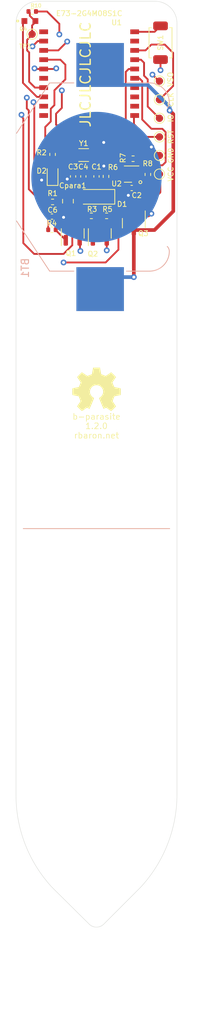
<source format=kicad_pcb>
(kicad_pcb (version 20211014) (generator pcbnew)
  (title_block (title "b-parasite") (date "2021-09-12") (rev "1.2.0") (company "rbaron.net"))
  (layers (0 "F.Cu" signal) (1 "In1.Cu" signal) (2 "In2.Cu" signal) (31 "B.Cu" signal) (34 "B.Paste" user) (35 "F.Paste" user) (36 "B.SilkS" user "B.Silkscreen") (37 "F.SilkS" user "F.Silkscreen") (38 "B.Mask" user) (39 "F.Mask" user) (44 "Edge.Cuts" user))
  (net 0 "")
  (net 1 "GND")
  (net 2 "/Csen+")
  (net 3 "/PWM")
  (net 4 "Net-(C6-Pad1)")
  (net 5 "Net-(Q2-Pad3)")
  (net 6 "Net-(Q1-Pad3)")
  (net 7 "Net-(BT1-Pad1)")
  (net 8 "/SENS_OUT")
  (net 9 "Net-(D2-Pad2)")
  (net 10 "+3V0")
  (net 11 "/LED")
  (net 12 "/FAST_DISCH_EN")
  (net 13 "Net-(TP1-Pad1)")
  (net 14 "Net-(TP2-Pad1)")
  (net 15 "Net-(TP5-Pad1)")
  (net 16 "/SCL")
  (net 17 "/SDA")
  (net 18 "Net-(C3-Pad1)")
  (net 19 "Net-(C4-Pad2)")
  (net 21 "/PHOTO_OUT")
  (net 22 "/PHOTO_V")
  (net 27 "/SW")
  (footprint "Capacitor_SMD:C_0402_1005Metric" (layer "F.Cu") (at 68 50.915 90)
    (fp_text reference "C1" (at 1.315 0 180) (layer "F.SilkS") (effects (font (size 0.7 0.7) (thickness 0.12))))
    (fp_text value "1n")
    (pad "1" smd roundrect (at -0.48 0 90) (size 0.56 0.62) (layers "F.Cu" "F.Paste" "F.Mask") (net 8 "/SENS_OUT"))
    (pad "2" smd roundrect (at 0.48 0 90) (size 0.56 0.62) (layers "F.Cu" "F.Paste" "F.Mask") (net 1 "GND"))
  )
  (footprint "Capacitor_SMD:C_0402_1005Metric" (layer "F.Cu") (at 61.915 56.4 180)
    (fp_text reference "C6" (at -0.085 0.9) (layer "F.SilkS") (effects (font (size 0.7 0.7) (thickness 0.12))))
    (fp_text value "100p")
    (pad "1" smd roundrect (at -0.48 0 180) (size 0.56 0.62) (layers "F.Cu" "F.Paste" "F.Mask") (net 4 "Net-(C6-Pad1)"))
    (pad "2" smd roundrect (at 0.48 0 180) (size 0.56 0.62) (layers "F.Cu" "F.Paste" "F.Mask") (net 3 "/PWM"))
  )
  (footprint "Resistor_SMD:R_0402_1005Metric" (layer "F.Cu") (at 69.3 50.915 90)
    (fp_text reference "R6" (at 1.250788 0.95 180) (layer "F.SilkS") (effects (font (size 0.7 0.7) (thickness 0.12))))
    (fp_text value "1M")
    (pad "1" smd roundrect (at -0.51 0 90) (size 0.54 0.64) (layers "F.Cu" "F.Paste" "F.Mask") (net 8 "/SENS_OUT"))
    (pad "2" smd roundrect (at 0.51 0 90) (size 0.54 0.64) (layers "F.Cu" "F.Paste" "F.Mask") (net 1 "GND"))
  )
  (footprint "Resistor_SMD:R_0402_1005Metric" (layer "F.Cu") (at 69.385 56.3)
    (fp_text reference "R5" (at 0.115 -0.9) (layer "F.SilkS") (effects (font (size 0.7 0.7) (thickness 0.12))))
    (fp_text value "1k")
    (pad "1" smd roundrect (at -0.51 0) (size 0.54 0.64) (layers "F.Cu" "F.Paste" "F.Mask") (net 2 "/Csen+"))
    (pad "2" smd roundrect (at 0.51 0) (size 0.54 0.64) (layers "F.Cu" "F.Paste" "F.Mask") (net 5 "Net-(Q2-Pad3)"))
  )
  (footprint "Resistor_SMD:R_0402_1005Metric" (layer "F.Cu") (at 61.915 58.2 180)
    (fp_text reference "R4" (at 0.015 0.9) (layer "F.SilkS") (effects (font (size 0.7 0.7) (thickness 0.12))))
    (fp_text value "10k")
    (pad "1" smd roundrect (at -0.51 0 180) (size 0.54 0.64) (layers "F.Cu" "F.Paste" "F.Mask") (net 4 "Net-(C6-Pad1)"))
    (pad "2" smd roundrect (at 0.51 0 180) (size 0.54 0.64) (layers "F.Cu" "F.Paste" "F.Mask") (net 3 "/PWM"))
  )
  (footprint "Resistor_SMD:R_0402_1005Metric" (layer "F.Cu") (at 67.3 56.3)
    (fp_text reference "R3" (at 0.1 -0.9 180) (layer "F.SilkS") (effects (font (size 0.7 0.7) (thickness 0.12))))
    (fp_text value "1k")
    (pad "1" smd roundrect (at -0.51 0) (size 0.54 0.64) (layers "F.Cu" "F.Paste" "F.Mask") (net 12 "/FAST_DISCH_EN"))
    (pad "2" smd roundrect (at 0.51 0) (size 0.54 0.64) (layers "F.Cu" "F.Paste" "F.Mask") (net 6 "Net-(Q1-Pad3)"))
  )
  (footprint "Resistor_SMD:R_0402_1005Metric" (layer "F.Cu") (at 62 54.4)
    (fp_text reference "R1" (at 0 -1.17) (layer "F.SilkS") (effects (font (size 0.7 0.7) (thickness 0.12))))
    (fp_text value "10k")
    (pad "1" smd roundrect (at -0.51 0) (size 0.54 0.64) (layers "F.Cu" "F.Paste" "F.Mask") (net 3 "/PWM"))
    (pad "2" smd roundrect (at 0.51 0) (size 0.54 0.64) (layers "F.Cu" "F.Paste" "F.Mask") (net 2 "/Csen+"))
  )
  (footprint "TestPoint:TestPoint_Pad_D1.0mm" (layer "F.Cu") (at 76.603216 42.98 90)
    (fp_text reference "TP1" hide)
    (fp_text value "IO" (at 0 1.55 90) (layer "F.SilkS") (effects (font (size 0.7 0.7) (thickness 0.12))))
    (pad "1" smd circle (at 0 0 90) (size 1 1) (layers "F.Cu" "F.Mask") (net 13 "Net-(TP1-Pad1)"))
  )
  (footprint "TestPoint:TestPoint_Pad_D1.0mm" (layer "F.Cu") (at 76.603216 40.44 90)
    (fp_text reference "TP2" hide)
    (fp_text value "CLK" (at 0 1.55 90) (layer "F.SilkS") (effects (font (size 0.7 0.7) (thickness 0.12))))
    (pad "1" smd circle (at 0 0 90) (size 1 1) (layers "F.Cu" "F.Mask") (net 14 "Net-(TP2-Pad1)"))
  )
  (footprint "TestPoint:TestPoint_Pad_D1.0mm" (layer "F.Cu") (at 76.603216 45.52 90)
    (fp_text reference "TP5" hide)
    (fp_text value "RST" (at 0 1.55 90) (layer "F.SilkS") (effects (font (size 0.7 0.7) (thickness 0.12))))
    (pad "1" smd circle (at 0 0 90) (size 1 1) (layers "F.Cu" "F.Mask") (net 15 "Net-(TP5-Pad1)"))
  )
  (footprint "TestPoint:TestPoint_Pad_D1.0mm" (layer "F.Cu") (at 76.603216 48.06 90)
    (fp_text reference "TP6" hide)
    (fp_text value "GND" (at 0 1.55 90) (layer "F.SilkS") (effects (font (size 0.7 0.7) (thickness 0.12))))
    (pad "1" smd circle (at 0 0 90) (size 1 1) (layers "F.Cu" "F.Mask") (net 1 "GND"))
  )
  (footprint "TestPoint:TestPoint_Pad_D1.0mm" (layer "F.Cu") (at 76.603216 50.6 90)
    (fp_text reference "TP7" hide)
    (fp_text value "VCC" (at 0 1.55 90) (layer "F.SilkS") (effects (font (size 0.7 0.7) (thickness 0.12))))
    (pad "1" smd circle (at 0 0 90) (size 1 1) (layers "F.Cu" "F.Mask") (net 10 "+3V0"))
  )
  (footprint "Resistor_SMD:R_0402_1005Metric" (layer "F.Cu") (at 62 47.914212 -90)
    (fp_text reference "R2" (at -0.25 1.5) (layer "F.SilkS") (effects (font (size 0.7 0.7) (thickness 0.12))))
    (fp_text value "1k")
    (pad "1" smd roundrect (at -0.51 0 270) (size 0.54 0.64) (layers "F.Cu" "F.Paste" "F.Mask") (net 11 "/LED"))
    (pad "2" smd roundrect (at 0.51 0 270) (size 0.54 0.64) (layers "F.Cu" "F.Paste" "F.Mask") (net 9 "Net-(D2-Pad2)"))
  )
  (footprint "Capacitor_SMD:C_0402_1005Metric" (layer "F.Cu") (at 72.815 52.5 180)
    (fp_text reference "C2" (at -0.685 -1) (layer "F.SilkS") (effects (font (size 0.7 0.7) (thickness 0.12))))
    (fp_text value "100n")
    (pad "1" smd roundrect (at -0.48 0 180) (size 0.56 0.62) (layers "F.Cu" "F.Paste" "F.Mask") (net 10 "+3V0"))
    (pad "2" smd roundrect (at 0.48 0 180) (size 0.56 0.62) (layers "F.Cu" "F.Paste" "F.Mask") (net 1 "GND"))
  )
  (footprint "Package_TO_SOT_SMD:SOT-23" (layer "F.Cu") (at 73.1 57.3 -90)
    (fp_text reference "Q3" (at 1.4 -1.3 180) (layer "F.SilkS") (effects (font (size 0.7 0.7) (thickness 0.12))))
    (fp_text value "AO3407")
    (pad "1" smd roundrect (at -0.9375 -0.95 270) (size 1.475 0.6) (layers "F.Cu" "F.Paste" "F.Mask") (net 1 "GND"))
    (pad "2" smd roundrect (at -0.9375 0.95 270) (size 1.475 0.6) (layers "F.Cu" "F.Paste" "F.Mask") (net 10 "+3V0"))
    (pad "3" smd roundrect (at 0.9375 0 270) (size 1.475 0.6) (layers "F.Cu" "F.Paste" "F.Mask") (net 7 "Net-(BT1-Pad1)"))
  )
  (footprint "Crystal:Crystal_SMD_3215-2Pin_3.2x1.5mm" (layer "F.Cu") (at 66.25 48 180)
    (fp_text reference "Y1" (at 0 1.6) (layer "F.SilkS") (effects (font (size 0.7 0.7) (thickness 0.12))))
    (fp_text value "32.768kHz")
    (pad "1" smd rect (at 1.25 0 180) (size 1 1.8) (layers "F.Cu" "F.Paste" "F.Mask") (net 18 "Net-(C3-Pad1)"))
    (pad "2" smd rect (at -1.25 0 180) (size 1 1.8) (layers "F.Cu" "F.Paste" "F.Mask") (net 19 "Net-(C4-Pad2)"))
  )
  (footprint "LED_SMD:LED_0603_1608Metric" (layer "F.Cu") (at 62 50.664212 90)
    (fp_text reference "D2" (at 0.5 -1.5) (layer "F.SilkS") (effects (font (size 0.7 0.7) (thickness 0.12))))
    (fp_text value "LED")
    (pad "1" smd roundrect (at -0.7875 0 90) (size 0.875 0.95) (layers "F.Cu" "F.Paste" "F.Mask") (net 1 "GND"))
    (pad "2" smd roundrect (at 0.7875 0 90) (size 0.875 0.95) (layers "F.Cu" "F.Paste" "F.Mask") (net 9 "Net-(D2-Pad2)"))
  )
  (footprint "Capacitor_SMD:C_0402_1005Metric" (layer "F.Cu") (at 66.2 50.915 90)
    (fp_text reference "C4" (at 1.315 0) (layer "F.SilkS") (effects (font (size 0.7 0.7) (thickness 0.12))))
    (fp_text value "12p")
    (pad "1" smd roundrect (at -0.48 0 90) (size 0.56 0.62) (layers "F.Cu" "F.Paste" "F.Mask") (net 1 "GND"))
    (pad "2" smd roundrect (at 0.48 0 90) (size 0.56 0.62) (layers "F.Cu" "F.Paste" "F.Mask") (net 19 "Net-(C4-Pad2)"))
  )
  (footprint "Capacitor_SMD:C_0402_1005Metric" (layer "F.Cu") (at 64.8 50.915 -90)
    (fp_text reference "C3" (at -1.315 0) (layer "F.SilkS") (effects (font (size 0.7 0.7) (thickness 0.12))))
    (fp_text value "12p")
    (pad "1" smd roundrect (at -0.48 0 270) (size 0.56 0.62) (layers "F.Cu" "F.Paste" "F.Mask") (net 18 "Net-(C3-Pad1)"))
    (pad "2" smd roundrect (at 0.48 0 270) (size 0.56 0.62) (layers "F.Cu" "F.Paste" "F.Mask") (net 1 "GND"))
  )
  (footprint "Capacitor_SMD:C_0805_2012Metric" (layer "F.Cu") (at 64.1 54.3 90)
    (fp_text reference "Cpara1" (at 2.135788 0.65 180) (layer "F.SilkS") (effects (font (size 0.7 0.7) (thickness 0.12))))
    (fp_text value "5p")
    (pad "1" smd roundrect (at -0.95 0 90) (size 1 1.45) (layers "F.Cu" "F.Paste" "F.Mask") (net 1 "GND"))
    (pad "2" smd roundrect (at 0.95 0 90) (size 1 1.45) (layers "F.Cu" "F.Paste" "F.Mask") (net 2 "/Csen+"))
  )
  (footprint "Resistor_SMD:R_0402_1005Metric" (layer "F.Cu") (at 73 48.5 180)
    (fp_text reference "R7" (at 1.385 0.1 90) (layer "F.SilkS") (effects (font (size 0.7 0.7) (thickness 0.12))))
    (fp_text value "10k")
    (pad "1" smd roundrect (at -0.51 0 180) (size 0.54 0.64) (layers "F.Cu" "F.Paste" "F.Mask") (net 17 "/SDA"))
    (pad "2" smd roundrect (at 0.51 0 180) (size 0.54 0.64) (layers "F.Cu" "F.Paste" "F.Mask") (net 10 "+3V0"))
  )
  (footprint "Resistor_SMD:R_0402_1005Metric" (layer "F.Cu") (at 75.02 50.65 90)
    (fp_text reference "R8" (at 1.485788 -0.02) (layer "F.SilkS") (effects (font (size 0.7 0.7) (thickness 0.12))))
    (fp_text value "10k")
    (pad "1" smd roundrect (at -0.51 0 90) (size 0.54 0.64) (layers "F.Cu" "F.Paste" "F.Mask") (net 10 "+3V0"))
    (pad "2" smd roundrect (at 0.51 0 90) (size 0.54 0.64) (layers "F.Cu" "F.Paste" "F.Mask") (net 16 "/SCL"))
  )
  (footprint "Package_TO_SOT_SMD:SOT-23" (layer "F.Cu") (at 68.45 58.7 90)
    (fp_text reference "Q2" (at -2.8 -0.95 180) (layer "F.SilkS") (effects (font (size 0.7 0.7) (thickness 0.12))))
    (fp_text value "MMBT3904")
    (pad "1" smd roundrect (at -0.9375 -0.95 90) (size 1.475 0.6) (layers "F.Cu" "F.Paste" "F.Mask") (net 6 "Net-(Q1-Pad3)"))
    (pad "2" smd roundrect (at -0.9375 0.95 90) (size 1.475 0.6) (layers "F.Cu" "F.Paste" "F.Mask") (net 1 "GND"))
    (pad "3" smd roundrect (at 0.9375 0 90) (size 1.475 0.6) (layers "F.Cu" "F.Paste" "F.Mask") (net 5 "Net-(Q2-Pad3)"))
  )
  (footprint "kicad:Sensirion_DFN-4-1EP_2x2mm_P1mm_EP0.7x1.6mm" (layer "F.Cu") (at 72.8 50.6 180)
    (fp_text reference "U2" (at 2.05 -1.314212) (layer "F.SilkS") (effects (font (size 0.7 0.7) (thickness 0.12))))
    (fp_text value "SHTC3")
    (pad "1" smd roundrect locked (at -0.925 -0.5 180) (size 0.55 0.35) (layers "F.Cu" "F.Mask") (net 10 "+3V0"))
    (pad "2" smd roundrect locked (at -0.925 0.5 180) (size 0.55 0.35) (layers "F.Cu" "F.Mask") (net 16 "/SCL"))
    (pad "3" smd roundrect locked (at 0.925 0.5 180) (size 0.55 0.35) (layers "F.Cu" "F.Mask") (net 17 "/SDA"))
    (pad "4" smd roundrect locked (at 0.925 -0.5 180) (size 0.55 0.35) (layers "F.Cu" "F.Mask") (net 1 "GND"))
    (pad "5" smd roundrect locked (at 0 0 180) (size 0.7 1.6) (layers "F.Cu" "F.Mask"))
  )
  (footprint "Diode_SMD:D_MiniMELF" (layer "F.Cu") (at 67.95 53.7 180)
    (fp_text reference "D1" (at -3.55 -1 180) (layer "F.SilkS") (effects (font (size 0.7 0.7) (thickness 0.12))))
    (fp_text value "LL4148")
    (pad "1" smd rect (at -1.75 0 180) (size 1.3 1.7) (layers "F.Cu" "F.Paste" "F.Mask") (net 8 "/SENS_OUT"))
    (pad "2" smd rect (at 1.75 0 180) (size 1.3 1.7) (layers "F.Cu" "F.Paste" "F.Mask") (net 2 "/Csen+"))
  )
  (footprint "Symbol:OSHW-Symbol_6.7x6mm_SilkScreen" (layer "F.Cu") (at 68 80)
    (fp_text reference "REF**" hide)
    (fp_text value "OSHW-Symbol_6.7x6mm_SilkScreen" hide)
  )
  (footprint "TestPoint:TestPoint_Pad_D1.0mm" (layer "F.Cu") (at 76.603216 37.9 90)
    (fp_text reference "TP4" hide)
    (fp_text value "VSO" (at 0.235788 1.5 90) (layer "F.SilkS") (effects (font (size 0.7 0.7) (thickness 0.12))))
    (pad "1" smd circle (at 0 0 90) (size 1 1) (layers "F.Cu" "F.Mask") (net 8 "/SENS_OUT"))
  )
  (footprint "Library:E73-2G4M08S1C-52840" (layer "F.Cu") (at 67 45.2 90)
    (fp_text reference "U1" (at 15.285788 3.75) (layer "F.SilkS") (effects (font (size 0.7 0.7) (thickness 0.12))))
    (fp_text value "E73-2G4M08S1C-52840")
    (fp_text user "E73-2G4M08S1C" (at 16.535788 0 180) (layer "F.SilkS") (effects (font (size 0.7 0.7) (thickness 0.12))))
    (pad "1" smd rect (at 14.03 -6.219 90) (size 0.65 1.2) (layers "F.Cu" "F.Paste" "F.Mask"))
    (pad "2" smd rect (at 12.76 -6.219 90) (size 0.65 1.2) (layers "F.Cu" "F.Paste" "F.Mask") (net 12 "/FAST_DISCH_EN"))
    (pad "3" smd rect (at 11.49 -6.219 90) (size 0.65 1.2) (layers "F.Cu" "F.Paste" "F.Mask") (net 8 "/SENS_OUT"))
    (pad "4" smd rect (at 10.22 -6.219 90) (size 0.65 1.2) (layers "F.Cu" "F.Paste" "F.Mask") (net 11 "/LED"))
    (pad "5" smd rect (at 8.95 -6.219 90) (size 0.65 1.2) (layers "F.Cu" "F.Paste" "F.Mask") (net 1 "GND"))
    (pad "6" smd rect (at 7.68 -6.219 90) (size 0.65 1.2) (layers "F.Cu" "F.Paste" "F.Mask"))
    (pad "7" smd rect (at 6.41 -6.219 90) (size 0.65 1.2) (layers "F.Cu" "F.Paste" "F.Mask") (net 21 "/PHOTO_OUT"))
    (pad "8" smd rect (at 5.14 -6.219 90) (size 0.65 1.2) (layers "F.Cu" "F.Paste" "F.Mask") (net 22 "/PHOTO_V"))
    (pad "9" smd rect (at 3.87 -6.219 90) (size 0.65 1.2) (layers "F.Cu" "F.Paste" "F.Mask"))
    (pad "10" smd rect (at 2.6 -6.219 90) (size 0.65 1.2) (layers "F.Cu" "F.Paste" "F.Mask"))
    (pad "11" smd rect (at 0.281 -4.47 180) (size 0.65 1.2) (layers "F.Cu" "F.Paste" "F.Mask") (net 18 "Net-(C3-Pad1)"))
    (pad "13" smd rect (at 0.281 -3.2 180) (size 0.65 1.2) (layers "F.Cu" "F.Paste" "F.Mask") (net 19 "Net-(C4-Pad2)"))
    (pad "15" smd rect (at 0.281 -1.93 180) (size 0.65 1.2) (layers "F.Cu" "F.Paste" "F.Mask") (net 3 "/PWM"))
    (pad "17" smd rect (at 0.281 -0.66 180) (size 0.65 1.2) (layers "F.Cu" "F.Paste" "F.Mask"))
    (pad "19" smd rect (at 0.281 0.61 180) (size 0.65 1.2) (layers "F.Cu" "F.Paste" "F.Mask") (net 10 "+3V0"))
    (pad "21" smd rect (at 0.281 1.88 180) (size 0.65 1.2) (layers "F.Cu" "F.Paste" "F.Mask") (net 1 "GND"))
    (pad "23" smd rect (at 0.281 3.15 180) (size 0.65 1.2) (layers "F.Cu" "F.Paste" "F.Mask") (net 10 "+3V0"))
    (pad "25" smd rect (at 0.281 4.42 180) (size 0.65 1.2) (layers "F.Cu" "F.Paste" "F.Mask"))
    (pad "26" smd rect (at 2.6 6.219 90) (size 0.65 1.2) (layers "F.Cu" "F.Paste" "F.Mask") (net 15 "Net-(TP5-Pad1)"))
    (pad "27" smd rect (at 3.87 6.219 90) (size 0.65 1.2) (layers "F.Cu" "F.Paste" "F.Mask"))
    (pad "29" smd rect (at 5.14 6.219 90) (size 0.65 1.2) (layers "F.Cu" "F.Paste" "F.Mask"))
    (pad "31" smd rect (at 6.41 6.219 90) (size 0.65 1.2) (layers "F.Cu" "F.Paste" "F.Mask"))
    (pad "33" smd rect (at 7.68 6.219 90) (size 0.65 1.2) (layers "F.Cu" "F.Paste" "F.Mask") (net 16 "/SCL"))
    (pad "35" smd rect (at 8.95 6.219 90) (size 0.65 1.2) (layers "F.Cu" "F.Paste" "F.Mask") (net 17 "/SDA"))
    (pad "37" smd rect (at 10.22 6.219 90) (size 0.65 1.2) (layers "F.Cu" "F.Paste" "F.Mask") (net 13 "Net-(TP1-Pad1)"))
    (pad "39" smd rect (at 11.49 6.219 90) (size 0.65 1.2) (layers "F.Cu" "F.Paste" "F.Mask") (net 14 "Net-(TP2-Pad1)"))
    (pad "41" smd rect (at 12.76 6.219 90) (size 0.65 1.2) (layers "F.Cu" "F.Paste" "F.Mask"))
    (pad "43" smd rect (at 14.03 6.219 90) (size 0.65 1.2) (layers "F.Cu" "F.Paste" "F.Mask") (net 27 "/SW"))
  )
  (footprint "TestPoint:TestPoint_Pad_D1.0mm" (layer "F.Cu") (at 59.2 31.5)
    (fp_text reference "TP3" (at -0.95 1.664212) (layer "F.SilkS") (effects (font (size 0.6 0.6) (thickness 0.1))))
    (fp_text value "PHOTO_OUT")
    (pad "1" smd circle (at 0 0) (size 1 1) (layers "F.Cu" "F.Mask") (net 21 "/PHOTO_OUT"))
  )
  (footprint "Resistor_SMD:R_0402_1005Metric" (layer "F.Cu") (at 59.215 28.4 180)
    (fp_text reference "R10" (at -0.535 0.8) (layer "F.SilkS") (effects (font (size 0.5 0.5) (thickness 0.1))))
    (fp_text value "470")
    (pad "1" smd roundrect (at -0.51 0 180) (size 0.54 0.64) (layers "F.Cu" "F.Paste" "F.Mask") (net 1 "GND"))
    (pad "2" smd roundrect (at 0.51 0 180) (size 0.54 0.64) (layers "F.Cu" "F.Paste" "F.Mask") (net 21 "/PHOTO_OUT"))
  )
  (footprint "snapeda:TR8" (layer "F.Cu") (at 58.9 29.7)
    (fp_text reference "Q4" (at -0.9 1.071) (layer "F.SilkS") (effects (font (size 0.5 0.5) (thickness 0.1))))
    (fp_text value "Q_Photo_NPN")
    (pad "1" smd rect (at -0.75 0) (size 0.8 0.8) (layers "F.Cu" "F.Paste" "F.Mask") (net 22 "/PHOTO_V"))
    (pad "2" smd rect (at 0.75 0) (size 0.8 0.8) (layers "F.Cu" "F.Paste" "F.Mask") (net 21 "/PHOTO_OUT"))
  )
  (footprint "Library:MountingHole_2.8mm" (layer "F.Cu") (at 75 68)
    (fp_text reference "H2")
    (fp_text value "MountingHole")
    (pad "" np_thru_hole circle (at 0 0) (size 2.8 2.8) (drill 2.8) (layers F&B.Cu *.Mask))
  )
  (footprint "Library:SW_Push_SPST_NO_Alps_SKRK" (layer "F.Cu") (at 76.75 32.664212 -90)
    (fp_text reference "SW1" (at 0 0 -90) (layer "F.SilkS") (effects (font (size 0.7 0.7) (thickness 0.12))))
    (fp_text value "SKRKAEE020")
    (pad "1" smd roundrect (at -2.3 0 270) (size 1.2 2) (layers "F.Cu" "F.Paste" "F.Mask") (net 27 "/SW"))
    (pad "2" smd roundrect (at 2.3 0 270) (size 1.2 2) (layers "F.Cu" "F.Paste" "F.Mask") (net 1 "GND"))
  )
  (footprint "Package_TO_SOT_SMD:SOT-23" (layer "F.Cu") (at 64.75 58.7 90)
    (fp_text reference "Q1" (at -2.714212 -0.25 180) (layer "F.SilkS") (effects (font (size 0.7 0.7) (thickness 0.12))))
    (fp_text value "MMBT3904")
    (pad "1" smd roundrect (at -0.9375 -0.95 90) (size 1.475 0.6) (layers "F.Cu" "F.Paste" "F.Mask") (net 4 "Net-(C6-Pad1)"))
    (pad "2" smd roundrect (at -0.9375 0.95 90) (size 1.475 0.6) (layers "F.Cu" "F.Paste" "F.Mask") (net 1 "GND"))
    (pad "3" smd roundrect (at 0.9375 0 90) (size 1.475 0.6) (layers "F.Cu" "F.Paste" "F.Mask") (net 6 "Net-(Q1-Pad3)"))
  )
  (footprint "Library:BatteryHolder_combined" (layer "B.Cu") (at 68 51 -90)
    (fp_text reference "BT1" (at 12.414212 9.75 90) (layer "B.SilkS") (effects (justify mirror)))
    (fp_text value "Battery_Cell")
    (pad "1" smd rect (at 15.3 -0.5 270) (size 6 6.5) (layers "B.Cu" "B.Paste" "B.Mask") (net 7 "Net-(BT1-Pad1)"))
    (pad "1" smd rect (at -15.3 -0.5 270) (size 6 6.5) (layers "B.Cu" "B.Paste" "B.Mask") (net 7 "Net-(BT1-Pad1)"))
    (pad "2" smd circle (at 0 0 270) (size 17.8 17.8) (layers "B.Cu" "B.Mask") (net 1 "GND"))
  )
  (footprint "Library:MountingHole_2.8mm" (layer "B.Cu") (at 61 68.164212 180)
    (fp_text reference "H1")
    (fp_text value "MountingHole")
    (pad "" np_thru_hole circle (at 0 0.164212 180) (size 2.8 2.8) (drill 2.8) (layers F&B.Cu *.Mask))
  )
  (gr_line (start 58 99) (end 78 99) (layer "B.SilkS") (width 0.12))
  (gr_line (start 58 99) (end 78 99) (layer "F.SilkS") (width 0.12))
  (gr_circle (center 74 51.7) (end 74.2 51.7) (layer "F.SilkS") (width 0.12) (fill none))
  (gr_line (start 60 27) (end 76 27) (layer "Edge.Cuts") (width 0.05))
  (gr_arc (start 68.999999 152.999999) (mid 68 153.414212) (end 67.000001 152.999999) (layer "Edge.Cuts") (width 0.05))
  (gr_line (start 61.950785 147.999999) (end 67.000001 152.999999) (layer "Edge.Cuts") (width 0.05))
  (gr_arc (start 57 30) (mid 57.87868 27.87868) (end 60 27) (layer "Edge.Cuts") (width 0.05))
  (gr_line (start 79 135.414212) (end 79 30) (layer "Edge.Cuts") (width 0.05))
  (gr_arc (start 61.950785 147.999999) (mid 58.282124 142.170803) (end 57 135.40362) (layer "Edge.Cuts") (width 0.05))
  (gr_line (start 57 30) (end 57 135.40362) (layer "Edge.Cuts") (width 0.05))
  (gr_line (start 68.999999 152.999999) (end 73.999999 147.999999) (layer "Edge.Cuts") (width 0.05))
  (gr_arc (start 79 135.414212) (mid 77.680311 142.176012) (end 73.999999 147.999999) (layer "Edge.Cuts") (width 0.05))
  (gr_arc (start 76 27) (mid 78.12132 27.87868) (end 79 30) (layer "Edge.Cuts") (width 0.05))
  (gr_text "b-parasite\n1.2.0\nrbaron.net" (at 68 85) (layer "F.SilkS") (effects (font (size 0.8 0.8) (thickness 0.1))))
  (gr_text "JLCJLCJLCJLC" (at 66.5 37 90) (layer "F.SilkS") (effects (font (size 1.4 1.4) (thickness 0.2))))
  (segment (start 59.7 28.4) (end 61.235788 28.4) (width 0.25) (layer "F.Cu") (net 1))
  (segment (start 69.4 61.014212) (end 69.4 59.7) (width 0.25) (layer "F.Cu") (net 1))
  (segment (start 62.925065 30.089277) (end 62.925065 31.530239) (width 0.25) (layer "F.Cu") (net 1))
  (segment (start 64 51.2755) (end 64.1195 51.395) (width 0.25) (layer "F.Cu") (net 1))
  (segment (start 60.5375 51.451712) (end 62 51.451712) (width 0.25) (layer "F.Cu") (net 1))
  (segment (start 66.2 51.4) (end 66.534168 51.065832) (width 0.25) (layer "F.Cu") (net 1))
  (segment (start 68 50.435) (end 69.27 50.435) (width 0.25) (layer "F.Cu") (net 1))
  (segment (start 64.1 55.9) (end 63.5 56.5) (width 0.25) (layer "F.Cu") (net 1))
  (segment (start 59.610288 36.25) (end 60.881 36.25) (width 0.25) (layer "F.Cu") (net 1))
  (segment (start 71.875 52.04) (end 72.335 52.5) (width 0.25) (layer "F.Cu") (net 1))
  (segment (start 61.235788 28.4) (end 62.925065 30.089277) (width 0.25) (layer "F.Cu") (net 1))
  (segment (start 67.58 50.43) (end 68 50.43) (width 0.25) (layer "F.Cu") (net 1))
  (segment (start 68.88 44.819) (end 68.88 46.169849) (width 0.25) (layer "F.Cu") (net 1))
  (segment (start 69.3 50.405) (end 69.3 49.8) (width 0.25) (layer "F.Cu") (net 1))
  (segment (start 76.75 34.964212) (end 76.75 36.414212) (width 0.25) (layer "F.Cu") (net 1))
  (segment (start 75.1375 56.3625) (end 75.5 56) (width 0.25) (layer "F.Cu") (net 1))
  (segment (start 69.3 49.8) (end 69 49.5) (width 0.25) (layer "F.Cu") (net 1))
  (segment (start 68.88 46.169849) (end 68.987701 46.27755) (width 0.25) (layer "F.Cu") (net 1))
  (segment (start 64.1195 51.395) (end 64.8 51.395) (width 0.25) (layer "F.Cu") (net 1))
  (segment (start 64.1 55.25) (end 64.1 55.9) (width 0.25) (layer "F.Cu") (net 1))
  (segment (start 66.534168 51.065832) (end 66.944168 51.065832) (width 0.25) (layer "F.Cu") (net 1))
  (segment (start 62.5 36.164212) (end 62.414212 36.25) (width 0.25) (layer "F.Cu") (net 1))
  (segment (start 60.5 51.414212) (end 60.5375 51.451712) (width 0.25) (layer "F.Cu") (net 1))
  (segment (start 72.335 53.4855) (end 72.3495 53.5) (width 0.25) (layer "F.Cu") (net 1))
  (segment (start 71.875 51.1) (end 71.875 52.04) (width 0.25) (layer "F.Cu") (net 1))
  (segment (start 65.75 61.05) (end 65.8 61.1) (width 0.25) (layer "F.Cu") (net 1))
  (segment (start 74.05 56.3625) (end 75.1375 56.3625) (width 0.25) (layer "F.Cu") (net 1))
  (segment (start 59.5245 36.164212) (end 59.610288 36.25) (width 0.25) (layer "F.Cu") (net 1))
  (segment (start 72.335 52.5) (end 72.335 53.4855) (width 0.25) (layer "F.Cu") (net 1))
  (segment (start 66.944168 51.065832) (end 67.58 50.43) (width 0.25) (layer "F.Cu") (net 1))
  (segment (start 65.75 59.7) (end 65.75 61.05) (width 0.25) (layer "F.Cu") (net 1))
  (segment (start 66.2 51.395) (end 64.8 51.395) (width 0.25) (layer "F.Cu") (net 1))
  (segment (start 76.603216 48.003216) (end 75.5 46.9) (width 0.25) (layer "F.Cu") (net 1))
  (segment (start 62.414212 36.25) (end 61.25 36.25) (width 0.25) (layer "F.Cu") (net 1))
  (via (at 64 51.2755) (size 0.8) (drill 0.4) (layers "F.Cu" "B.Cu") (net 1))
  (via (at 65.8 61.1) (size 0.8) (drill 0.4) (layers "F.Cu" "B.Cu") (net 1))
  (via (at 75.5 46.9) (size 0.8) (drill 0.4) (layers "F.Cu" "B.Cu") (net 1))
  (via (at 62.925065 31.530239) (size 0.8) (drill 0.4) (layers "F.Cu" "B.Cu") (net 1))
  (via (at 72.3495 53.5) (size 0.8) (drill 0.4) (layers "F.Cu" "B.Cu") (net 1))
  (via (at 60.5 51.414212) (size 0.8) (drill 0.4) (layers "F.Cu" "B.Cu") (net 1))
  (via (at 69 49.5) (size 0.8) (drill 0.4) (layers "F.Cu" "B.Cu") (net 1))
  (via (at 69.4 61.014212) (size 0.8) (drill 0.4) (layers "F.Cu" "B.Cu") (net 1))
  (via (at 59.5245 36.164212) (size 0.8) (drill 0.4) (layers "F.Cu" "B.Cu") (net 1))
  (via (at 63.5 56.5) (size 0.8) (drill 0.4) (layers "F.Cu" "B.Cu") (net 1))
  (via (at 75.5 56) (size 0.8) (drill 0.4) (layers "F.Cu" "B.Cu") (net 1))
  (via (at 62.5 36.164212) (size 0.8) (drill 0.4) (layers "F.Cu" "B.Cu") (net 1))
  (via (at 76.75 36.414212) (size 0.8) (drill 0.4) (layers "F.Cu" "B.Cu") (net 1))
  (via (at 68.987701 46.27755) (size 0.8) (drill 0.4) (layers "F.Cu" "B.Cu") (net 1))
  (segment (start 68.9 55.5) (end 68.814212 55.414212) (width 0.25) (layer "F.Cu") (net 2))
  (segment (start 68.9 56.275) (end 68.9 55.5) (width 0.25) (layer "F.Cu") (net 2))
  (segment (start 70.5 55.414212) (end 69 55.414212) (width 0.25) (layer "F.Cu") (net 2))
  (segment (start 63.5 62.664212) (end 69.25 62.664212) (width 0.25) (layer "F.Cu") (net 2))
  (segment (start 68.9 56.3) (end 68.9 55.5) (width 0.25) (layer "F.Cu") (net 2))
  (segment (start 71 55.914212) (end 70.5 55.414212) (width 0.25) (layer "F.Cu") (net 2))
  (segment (start 69 55.414212) (end 68.875 55.539212) (width 0.25) (layer "F.Cu") (net 2))
  (segment (start 62.485 54.4) (end 62.485 53.715) (width 0.25) (layer "F.Cu") (net 2))
  (segment (start 64.1 53.3625) (end 65.8625 53.3625) (width 0.25) (layer "F.Cu") (net 2))
  (segment (start 68.814212 55.414212) (end 67.914212 55.414212) (width 0.25) (layer "F.Cu") (net 2))
  (segment (start 71 60.914212) (end 71 55.914212) (width 0.25) (layer "F.Cu") (net 2))
  (segment (start 67.914212 55.414212) (end 66.2 53.7) (width 0.25) (layer "F.Cu") (net 2))
  (segment (start 68.875 55.539212) (end 68.875 56.3) (width 0.25) (layer "F.Cu") (net 2))
  (segment (start 69.25 62.664212) (end 71 60.914212) (width 0.25) (layer "F.Cu") (net 2))
  (segment (start 62.8375 53.3625) (end 64.1 53.3625) (width 0.25) (layer "F.Cu") (net 2))
  (segment (start 68.875 56.3) (end 68.9 56.275) (width 0.25) (layer "F.Cu") (net 2))
  (segment (start 62.485 53.715) (end 62.8375 53.3625) (width 0.25) (layer "F.Cu") (net 2))
  (via (at 63.5 62.664212) (size 0.8) (drill 0.4) (layers "F.Cu" "B.Cu") (net 2))
  (segment (start 61.49 54.4) (end 60.485788 54.4) (width 0.25) (layer "F.Cu") (net 3))
  (segment (start 63.262299 39.176511) (end 63.262299 41.568923) (width 0.25) (layer "F.Cu") (net 3))
  (segment (start 60.485788 54.4) (end 58.75 52.664212) (width 0.25) (layer "F.Cu") (net 3))
  (segment (start 62.475 43.859778) (end 62.548222 43.933) (width 0.25) (layer "F.Cu") (net 3))
  (segment (start 65.07 44.069) (end 65.07 44.819) (width 0.25) (layer "F.Cu") (net 3))
  (segment (start 64.934 43.933) (end 65.07 44.069) (width 0.25) (layer "F.Cu") (net 3))
  (segment (start 58.75 41.914212) (end 58.4745 41.638712) (width 0.25) (layer "F.Cu") (net 3))
  (segment (start 63.262299 41.568923) (end 62.475 42.356222) (width 0.25) (layer "F.Cu") (net 3))
  (segment (start 58.75 52.664212) (end 58.75 41.914212) (width 0.25) (layer "F.Cu") (net 3))
  (segment (start 62.475 42.356222) (end 62.475 43.859778) (width 0.25) (layer "F.Cu") (net 3))
  (segment (start 61.435 56.4) (end 61.435 54.455) (width 0.25) (layer "F.Cu") (net 3))
  (segment (start 62.548222 43.933) (end 64.934 43.933) (width 0.25) (layer "F.Cu") (net 3))
  (segment (start 58.4745 41.638712) (end 58.4745 40.164212) (width 0.25) (layer "F.Cu") (net 3))
  (segment (start 61.405 58.2) (end 61.405 56.43) (width 0.25) (layer "F.Cu") (net 3))
  (via (at 58.4745 40.164212) (size 0.8) (drill 0.4) (layers "F.Cu" "B.Cu") (net 3))
  (via (at 63.262299 39.176511) (size 0.8) (drill 0.4) (layers "F.Cu" "B.Cu") (net 3))
  (segment (start 62.4 58.223159) (end 62.4 56.4) (width 0.25) (layer "F.Cu") (net 4))
  (segment (start 63.826841 59.65) (end 62.4 58.223159) (width 0.25) (layer "F.Cu") (net 4))
  (segment (start 69.87 56.93) (end 69.87 56.72) (width 0.25) (layer "F.Cu") (net 5))
  (segment (start 68.45 57.7) (end 69.1 57.7) (width 0.25) (layer "F.Cu") (net 5))
  (segment (start 69.1 57.7) (end 69.87 56.93) (width 0.25) (layer "F.Cu") (net 5))
  (segment (start 69.87 56.72) (end 69.87 56.3) (width 0.25) (layer "F.Cu") (net 5))
  (segment (start 67.5 59.7) (end 67.5 59) (width 0.25) (layer "F.Cu") (net 6))
  (segment (start 67.5 59) (end 66.403232 57.903232) (width 0.25) (layer "F.Cu") (net 6))
  (segment (start 67.450832 56.6524) (end 67.450832 56.634168) (width 0.25) (layer "F.Cu") (net 6))
  (segment (start 66.403232 57.7) (end 67.450832 56.6524) (width 0.25) (layer "F.Cu") (net 6))
  (segment (start 67.450832 56.634168) (end 67.785 56.3) (width 0.25) (layer "F.Cu") (net 6))
  (segment (start 64.8 57.7) (end 66.403232 57.7) (width 0.25) (layer "F.Cu") (net 6))
  (segment (start 66.403232 57.903232) (end 66.403232 57.7) (width 0.25) (layer "F.Cu") (net 6))
  (segment (start 78.5 42.414212) (end 78.5 55.664212) (width 0.5) (layer "F.Cu") (net 7))
  (segment (start 73.1 64.664212) (end 73.1 58.3) (width 0.5) (layer "F.Cu") (net 7))
  (segment (start 78.5 55.664212) (end 75.926712 58.2375) (width 0.5) (layer "F.Cu") (net 7))
  (segment (start 75.926712 58.2375) (end 73.1 58.2375) (width 0.5) (layer "F.Cu") (net 7))
  (segment (start 78 41.914212) (end 78.5 42.414212) (width 0.5) (layer "F.Cu") (net 7))
  (via (at 73.1 64.664212) (size 0.8) (drill 0.4) (layers "F.Cu" "B.Cu") (net 7))
  (via (at 78 41.914212) (size 0.8) (drill 0.4) (layers "F.Cu" "B.Cu") (net 7))
  (segment (start 78 41.914212) (end 78 41.414212) (width 0.5) (layer "B.Cu") (net 7))
  (segment (start 75 38.414212) (end 70.714212 38.414212) (width 0.5) (layer "B.Cu") (net 7))
  (segment (start 78 41.414212) (end 75 38.414212) (width 0.5) (layer "B.Cu") (net 7))
  (segment (start 73.1 64.664212) (end 70.135788 64.664212) (width 0.5) (layer "B.Cu") (net 7))
  (segment (start 62.79 33.71) (end 60.881 33.71) (width 0.25) (layer "F.Cu") (net 8))
  (segment (start 59.5 51.664212) (end 60.25 52.414212) (width 0.25) (layer "F.Cu") (net 8))
  (segment (start 69.7 53.7) (end 69.7 51.8) (width 0.25) (layer "F.Cu") (net 8))
  (segment (start 75.646013 37.018199) (end 76.527814 37.9) (width 0.25) (layer "F.Cu") (net 8))
  (segment (start 59.387299 40.776913) (end 59.5 40.889614) (width 0.25) (layer "F.Cu") (net 8))
  (segment (start 68 51.4) (end 69.3 51.4) (width 0.25) (layer "F.Cu") (net 8))
  (segment (start 64 32.5) (end 62.79 33.71) (width 0.25) (layer "F.Cu") (net 8))
  (segment (start 59.5 40.889614) (end 59.5 51.664212) (width 0.25) (layer "F.Cu") (net 8))
  (segment (start 66.980788 52.414212) (end 68 51.395) (width 0.25) (layer "F.Cu") (net 8))
  (segment (start 60.25 52.414212) (end 66.980788 52.414212) (width 0.25) (layer "F.Cu") (net 8))
  (segment (start 69.7 51.8) (end 69.3 51.4) (width 0.25) (layer "F.Cu") (net 8))
  (via (at 75.646013 37.018199) (size 0.8) (drill 0.4) (layers "F.Cu" "B.Cu") (net 8))
  (via (at 59.387299 40.776913) (size 0.8) (drill 0.4) (layers "F.Cu" "B.Cu") (net 8))
  (via (at 64 32.5) (size 0.8) (drill 0.4) (layers "F.Cu" "B.Cu") (net 8))
  (segment (start 62 49.876712) (end 62 48.424212) (width 0.25) (layer "F.Cu") (net 9))
  (segment (start 75.02 51.434212) (end 75.25 51.664212) (width 0.25) (layer "F.Cu") (net 10))
  (segment (start 73.295 54.295) (end 73.5 54.5) (width 0.25) (layer "F.Cu") (net 10))
  (segment (start 75.02 51.16) (end 75.02 51.434212) (width 0.25) (layer "F.Cu") (net 10))
  (segment (start 69.75 46.914212) (end 69.661662 47.00255) (width 0.25) (layer "F.Cu") (net 10))
  (segment (start 70.5 48.5) (end 70.5 51.489086) (width 0.5) (layer "F.Cu") (net 10))
  (segment (start 70.5 51.489086) (end 71.25 52.239086) (width 0.5) (layer "F.Cu") (net 10))
  (segment (start 69.661662 47.00255) (end 68.413338 47.00255) (width 0.25) (layer "F.Cu") (net 10))
  (segment (start 76.5 51.664212) (end 76.603216 51.560996) (width 0.25) (layer "F.Cu") (net 10))
  (segment (start 75.15 54.5) (end 76.603216 53.046784) (width 0.5) (layer "F.Cu") (net 10))
  (segment (start 73.295 52.5) (end 73.295 54.295) (width 0.25) (layer "F.Cu") (net 10))
  (segment (start 73.725 52.07) (end 73.295 52.5) (width 0.25) (layer "F.Cu") (net 10))
  (segment (start 68.413338 47.00255) (end 67.61 46.199212) (width 0.25) (layer "F.Cu") (net 10))
  (segment (start 70.5 48.5) (end 72.49 48.5) (width 0.25) (layer "F.Cu") (net 10))
  (segment (start 76.603216 53.046784) (end 76.603216 51.560996) (width 0.5) (layer "F.Cu") (net 10))
  (segment (start 70.5 47.664212) (end 70.5 48.5) (width 0.5) (layer "F.Cu") (net 10))
  (segment (start 70.15 46.514212) (end 70.15 44.819) (width 0.25) (layer "F.Cu") (net 10))
  (segment (start 67.61 46.199212) (end 67.61 45.11) (width 0.25) (layer "F.Cu") (net 10))
  (segment (start 73.725 51.1) (end 73.725 52.07) (width 0.25) (layer "F.Cu") (net 10))
  (segment (start 72.15 54.514212) (end 72.15 56.3625) (width 0.5) (layer "F.Cu") (net 10))
  (segment (start 73.5 54.5) (end 71.5 54.5) (width 0.5) (layer "F.Cu") (net 10))
  (segment (start 73.5 54.5) (end 75.15 54.5) (width 0.5) (layer "F.Cu") (net 10))
  (segment (start 75.25 51.664212) (end 76.5 51.664212) (width 0.25) (layer "F.Cu") (net 10))
  (segment (start 69.75 46.914212) (end 70.5 47.664212) (width 0.5) (layer "F.Cu") (net 10))
  (segment (start 76.603216 51.560996) (end 76.603216 50.6) (width 0.5) (layer "F.Cu") (net 10))
  (segment (start 72.135788 54.5) (end 72.15 54.514212) (width 0.5) (layer "F.Cu") (net 10))
  (segment (start 69.75 46.914212) (end 70.15 46.514212) (width 0.25) (layer "F.Cu") (net 10))
  (segment (start 71.25 52.239086) (end 71.25 54.25) (width 0.5) (layer "F.Cu") (net 10))
  (segment (start 71.5 54.5) (end 72.135788 54.5) (width 0.5) (layer "F.Cu") (net 10))
  (segment (start 71.25 54.25) (end 71.5 54.5) (width 0.5) (layer "F.Cu") (net 10))
  (segment (start 63.75 35.664212) (end 63.065788 34.98) (width 0.25) (layer "F.Cu") (net 11))
  (segment (start 61 46.404212) (end 61 44.164212) (width 0.25) (layer "F.Cu") (net 11))
  (segment (start 62 47.404212) (end 61 46.404212) (width 0.25) (layer "F.Cu") (net 11))
  (segment (start 63.065788 34.98) (end 60.881 34.98) (width 0.25) (layer "F.Cu") (net 11))
  (segment (start 62.25 41.179519) (end 62.25 39.164212) (width 0.25) (layer "F.Cu") (net 11))
  (segment (start 61.75 43.414212) (end 61.75 41.679519) (width 0.25) (layer "F.Cu") (net 11))
  (segment (start 62.25 39.164212) (end 63.75 37.664212) (width 0.25) (layer "F.Cu") (net 11))
  (segment (start 63.75 37.664212) (end 63.75 35.664212) (width 0.25) (layer "F.Cu") (net 11))
  (segment (start 61 44.164212) (end 61.75 43.414212) (width 0.25) (layer "F.Cu") (net 11))
  (segment (start 61.75 41.679519) (end 62.25 41.179519) (width 0.25) (layer "F.Cu") (net 11))
  (segment (start 63.5 61.5) (end 64.695301 60.304699) (width 0.25) (layer "F.Cu") (net 12))
  (segment (start 64.44675 58.825) (end 64.403249 58.825) (width 0.25) (layer "F.Cu") (net 12))
  (segment (start 64.125 58.546751) (end 64.125 56.942461) (width 0.25) (layer "F.Cu") (net 12))
  (segment (start 64.403249 58.825) (end 64.125 58.546751) (width 0.25) (layer "F.Cu") (net 12))
  (segment (start 59.474695 61.5) (end 63.5 61.5) (width 0.25) (layer "F.Cu") (net 12))
  (segment (start 59.25 33.164212) (end 59.974212 32.44) (width 0.25) (layer "F.Cu") (net 12))
  (segment (start 64.695301 60.304699) (end 64.695301 59.073551) (width 0.25) (layer "F.Cu") (net 12))
  (segment (start 64.125 56.942461) (end 64.767461 56.3) (width 0.25) (layer "F.Cu") (net 12))
  (segment (start 64.695301 59.073551) (end 64.44675 58.825) (width 0.25) (layer "F.Cu") (net 12))
  (segment (start 58 60.025305) (end 59.474695 61.5) (width 0.25) (layer "F.Cu") (net 12))
  (segment (start 64.767461 56.3) (end 66.79 56.3) (width 0.25) (layer "F.Cu") (net 12))
  (segment (start 58 43) (end 58 60.025305) (width 0.25) (layer "F.Cu") (net 12))
  (segment (start 57.75 42.75) (end 58 43) (width 0.25) (layer "F.Cu") (net 12))
  (segment (start 57.75 42.5) (end 57.75 42.75) (width 0.25) (layer "F.Cu") (net 12))
  (segment (start 59.974212 32.44) (end 60.759999 32.44) (width 0.25) (layer "F.Cu") (net 12))
  (via (at 57.75 42.5) (size 0.8) (drill 0.4) (layers "F.Cu" "B.Cu") (net 12))
  (via (at 59.25 33.164212) (size 0.8) (drill 0.4) (layers "F.Cu" "B.Cu") (net 12))
  (segment (start 74.08 34.98) (end 73.324 34.98) (width 0.25) (layer "F.Cu") (net 13))
  (segment (start 75 37.662653) (end 74.5 37.162653) (width 0.25) (layer "F.Cu") (net 13))
  (segment (start 75 41.376784) (end 75 37.662653) (width 0.25) (layer "F.Cu") (net 13))
  (segment (start 74.5 35.4) (end 74.08 34.98) (width 0.25) (layer "F.Cu") (net 13))
  (segment (start 76.603216 42.98) (end 75 41.376784) (width 0.25) (layer "F.Cu") (net 13))
  (segment (start 74.5 37.162653) (end 74.5 35.4) (width 0.25) (layer "F.Cu") (net 13))
  (segment (start 75.5 32.914212) (end 77.333883 32.914212) (width 0.25) (layer "F.Cu") (net 14))
  (segment (start 73.119 33.71) (end 74.704212 33.71) (width 0.25) (layer "F.Cu") (net 14))
  (segment (start 78.475 38.568216) (end 76.603216 40.44) (width 0.25) (layer "F.Cu") (net 14))
  (segment (start 74.704212 33.71) (end 75.5 32.914212) (width 0.25) (layer "F.Cu") (net 14))
  (segment (start 78.475 34.055329) (end 78.475 38.568216) (width 0.25) (layer "F.Cu") (net 14))
  (segment (start 77.333883 32.914212) (end 78.475 34.055329) (width 0.25) (layer "F.Cu") (net 14))
  (segment (start 74.87 45.52) (end 76.603216 45.52) (width 0.25) (layer "F.Cu") (net 15))
  (segment (start 73.119 42.6) (end 73.119 43.769) (width 0.25) (layer "F.Cu") (net 15))
  (segment (start 73.119 43.769) (end 74.87 45.52) (width 0.25) (layer "F.Cu") (net 15))
  (segment (start 77.45 44.864212) (end 77.45 48.964212) (width 0.25) (layer "F.Cu") (net 16))
  (segment (start 74.25 37.9115) (end 74.25 43.15) (width 0.25) (layer "F.Cu") (net 16))
  (segment (start 75.514212 44.414212) (end 77 44.414212) (width 0.25) (layer "F.Cu") (net 16))
  (segment (start 73.725 50.1) (end 74.98 50.1) (width 0.25) (layer "F.Cu") (net 16))
  (segment (start 73.324 37.52) (end 73.8585 37.52) (width 0.25) (layer "F.Cu") (net 16))
  (segment (start 77.45 48.964212) (end 77.014212 49.4) (width 0.25) (layer "F.Cu") (net 16))
  (segment (start 74.25 43.15) (end 75.514212 44.414212) (width 0.25) (layer "F.Cu") (net 16))
  (segment (start 77 44.414212) (end 77.45 44.864212) (width 0.25) (layer "F.Cu") (net 16))
  (segment (start 75.76 49.4) (end 75.02 50.14) (width 0.25) (layer "F.Cu") (net 16))
  (segment (start 77.014212 49.4) (end 75.76 49.4) (width 0.25) (layer "F.Cu") (net 16))
  (segment (start 73.8585 37.52) (end 74.25 37.9115) (width 0.25) (layer "F.Cu") (net 16))
  (segment (start 72.094462 49.19) (end 72.82 49.19) (width 0.25) (layer "F.Cu") (net 17))
  (segment (start 73.51 45.41) (end 73.51 48.5) (width 0.25) (layer "F.Cu") (net 17))
  (segment (start 72.4 36.25) (end 72 36.65) (width 0.25) (layer "F.Cu") (net 17))
  (segment (start 73.119 36.25) (end 72.4 36.25) (width 0.25) (layer "F.Cu") (net 17))
  (segment (start 72 43.9) (end 73.51 45.41) (width 0.25) (layer "F.Cu") (net 17))
  (segment (start 72.82 49.19) (end 73.51 48.5) (width 0.25) (layer "F.Cu") (net 17))
  (segment (start 72.094462 49.19) (end 71.875 49.409462) (width 0.25) (layer "F.Cu") (net 17))
  (segment (start 71.875 49.409462) (end 71.875 50.1) (width 0.25) (layer "F.Cu") (net 17))
  (segment (start 72 36.65) (end 72 43.9) (width 0.25) (layer "F.Cu") (net 17))
  (segment (start 64.8 50.43) (end 64.8 48.2) (width 0.25) (layer "F.Cu") (net 18))
  (segment (start 63.935788 47.6) (end 65 47.6) (width 0.25) (layer "F.Cu") (net 18))
  (segment (start 62.53 46.194212) (end 63.935788 47.6) (width 0.25) (layer "F.Cu") (net 18))
  (segment (start 62.53 45.13) (end 62.53 46.194212) (width 0.25) (layer "F.Cu") (net 18))
  (segment (start 64.5 46.414212) (end 66.314212 46.414212) (width 0.25) (layer "F.Cu") (net 19))
  (segment (start 66.2 50.43) (end 67 49.63) (width 0.25) (layer "F.Cu") (net 19))
  (segment (start 67 49.63) (end 67.02 49.63) (width 0.25) (layer "F.Cu") (net 19))
  (segment (start 63.8 45.714212) (end 64.5 46.414212) (width 0.25) (layer "F.Cu") (net 19))
  (segment (start 66.314212 46.414212) (end 67.5 47.6) (width 0.25) (layer "F.Cu") (net 19))
  (segment (start 67.02 49.63) (end 67.5 49.15) (width 0.25) (layer "F.Cu") (net 19))
  (segment (start 63.8 44.994) (end 63.8 45.714212) (width 0.25) (layer "F.Cu") (net 19))
  (segment (start 67.5 49.15) (end 67.5 48) (width 0.25) (layer "F.Cu") (net 19))
  (segment (start 59.6 29.7) (end 58.884848 28.984848) (width 0.25) (layer "F.Cu") (net 21))
  (segment (start 59.59 38.79) (end 58.7995 37.9995) (width 0.25) (layer "F.Cu") (net 21))
  (segment (start 59.2 30.3) (end 59.2 31.5) (width 0.25) (layer "F.Cu") (net 21))
  (segment (start 60.881 38.79) (end 59.59 38.79) (width 0.25) (layer "F.Cu") (net 21))
  (segment (start 58.525 33.714517) (end 58.525 32.264841) (width 0.25) (layer "F.Cu") (net 21))
  (segment (start 58.7995 37.9995) (end 58.7995 33.989017) (width 0.25) (layer "F.Cu") (net 21))
  (segment (start 58.884848 28.984848) (end 58.884848 28.549291) (width 0.25) (layer "F.Cu") (net 21))
  (segment (start 59.65 29.85) (end 59.2 30.3) (width 0.25) (layer "F.Cu") (net 21))
  (segment (start 58.525 32.264841) (end 59.095609 31.694232) (width 0.25) (layer "F.Cu") (net 21))
  (segment (start 58.7995 33.989017) (end 58.525 33.714517) (width 0.25) (layer "F.Cu") (net 21))
  (segment (start 59.86 40.06) (end 60.881 40.06) (width 0.25) (layer "F.Cu") (net 22))
  (segment (start 57.95 38.15) (end 59.86 40.06) (width 0.25) (layer "F.Cu") (net 22))
  (segment (start 57.95 29.7) (end 57.95 38.15) (width 0.25) (layer "F.Cu") (net 22))
  (segment (start 76.75 30.364212) (end 75.944212 31.17) (width 0.25) (layer "F.Cu") (net 27))
  (segment (start 75.944212 31.17) (end 73.219 31.17) (width 0.25) (layer "F.Cu") (net 27))
)
</source>
